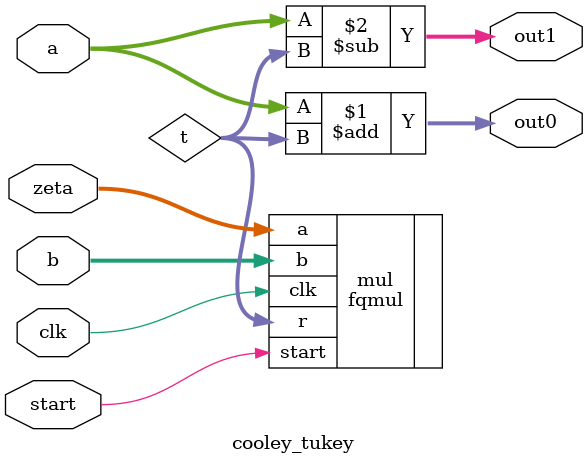
<source format=sv>
module cooley_tukey(
    input clk,
    input start,
    input signed [15:0] a,
    input signed [15:0] b,
    input signed [15:0] zeta,
    output signed [15:0] out0,
    output signed [15:0] out1
);
  wire signed [15:0] t;

  fqmul mul (
      .clk(clk),
      .start(start),
      .a(zeta),
      .b(b),
      .r(t)
  );

  assign out0 = a + t;
  assign out1 = a - t;
endmodule

</source>
